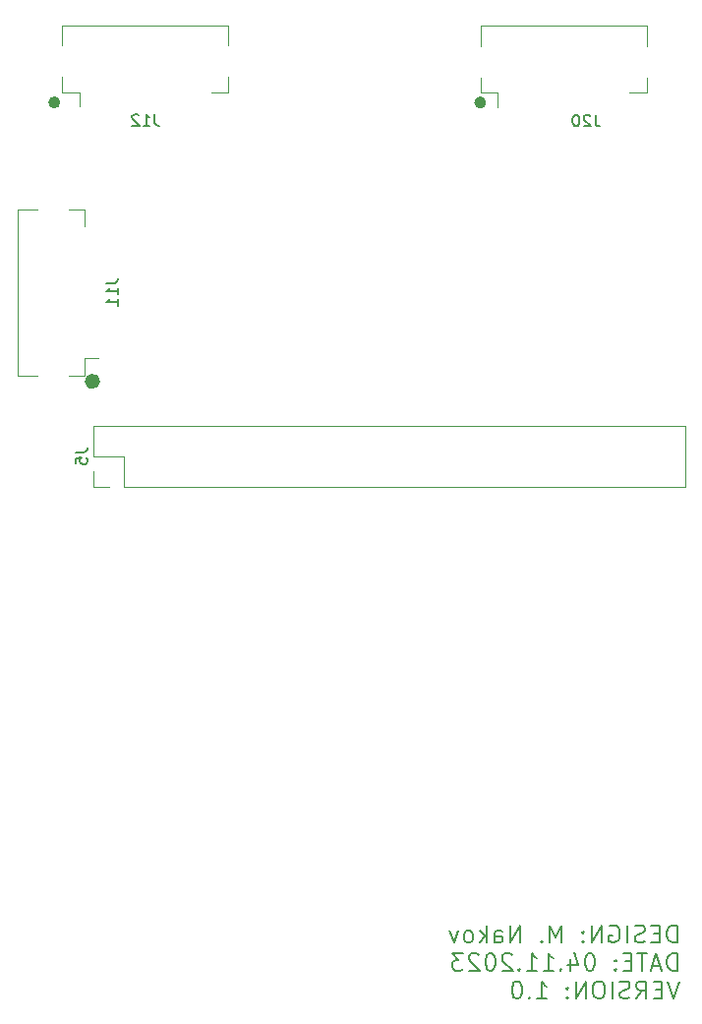
<source format=gbr>
%TF.GenerationSoftware,KiCad,Pcbnew,7.0.8*%
%TF.CreationDate,2023-11-07T10:44:17+02:00*%
%TF.ProjectId,Shield,53686965-6c64-42e6-9b69-6361645f7063,rev?*%
%TF.SameCoordinates,Original*%
%TF.FileFunction,Legend,Bot*%
%TF.FilePolarity,Positive*%
%FSLAX46Y46*%
G04 Gerber Fmt 4.6, Leading zero omitted, Abs format (unit mm)*
G04 Created by KiCad (PCBNEW 7.0.8) date 2023-11-07 10:44:17*
%MOMM*%
%LPD*%
G01*
G04 APERTURE LIST*
%ADD10C,0.658276*%
%ADD11C,0.543090*%
%ADD12C,0.532843*%
%ADD13C,0.154000*%
%ADD14C,0.120000*%
G04 APERTURE END LIST*
D10*
X85229138Y-91300000D02*
G75*
G03*
X85229138Y-91300000I-329138J0D01*
G01*
D11*
X81888702Y-67300000D02*
G75*
G03*
X81888702Y-67300000I-271545J0D01*
G01*
D12*
X118566421Y-67300000D02*
G75*
G03*
X118566421Y-67300000I-266421J0D01*
G01*
D13*
X135241542Y-139608420D02*
X135241542Y-138108420D01*
X135241542Y-138108420D02*
X134884399Y-138108420D01*
X134884399Y-138108420D02*
X134670113Y-138179849D01*
X134670113Y-138179849D02*
X134527256Y-138322706D01*
X134527256Y-138322706D02*
X134455827Y-138465563D01*
X134455827Y-138465563D02*
X134384399Y-138751277D01*
X134384399Y-138751277D02*
X134384399Y-138965563D01*
X134384399Y-138965563D02*
X134455827Y-139251277D01*
X134455827Y-139251277D02*
X134527256Y-139394134D01*
X134527256Y-139394134D02*
X134670113Y-139536992D01*
X134670113Y-139536992D02*
X134884399Y-139608420D01*
X134884399Y-139608420D02*
X135241542Y-139608420D01*
X133741542Y-138822706D02*
X133241542Y-138822706D01*
X133027256Y-139608420D02*
X133741542Y-139608420D01*
X133741542Y-139608420D02*
X133741542Y-138108420D01*
X133741542Y-138108420D02*
X133027256Y-138108420D01*
X132455827Y-139536992D02*
X132241542Y-139608420D01*
X132241542Y-139608420D02*
X131884399Y-139608420D01*
X131884399Y-139608420D02*
X131741542Y-139536992D01*
X131741542Y-139536992D02*
X131670113Y-139465563D01*
X131670113Y-139465563D02*
X131598684Y-139322706D01*
X131598684Y-139322706D02*
X131598684Y-139179849D01*
X131598684Y-139179849D02*
X131670113Y-139036992D01*
X131670113Y-139036992D02*
X131741542Y-138965563D01*
X131741542Y-138965563D02*
X131884399Y-138894134D01*
X131884399Y-138894134D02*
X132170113Y-138822706D01*
X132170113Y-138822706D02*
X132312970Y-138751277D01*
X132312970Y-138751277D02*
X132384399Y-138679849D01*
X132384399Y-138679849D02*
X132455827Y-138536992D01*
X132455827Y-138536992D02*
X132455827Y-138394134D01*
X132455827Y-138394134D02*
X132384399Y-138251277D01*
X132384399Y-138251277D02*
X132312970Y-138179849D01*
X132312970Y-138179849D02*
X132170113Y-138108420D01*
X132170113Y-138108420D02*
X131812970Y-138108420D01*
X131812970Y-138108420D02*
X131598684Y-138179849D01*
X130955828Y-139608420D02*
X130955828Y-138108420D01*
X129455827Y-138179849D02*
X129598685Y-138108420D01*
X129598685Y-138108420D02*
X129812970Y-138108420D01*
X129812970Y-138108420D02*
X130027256Y-138179849D01*
X130027256Y-138179849D02*
X130170113Y-138322706D01*
X130170113Y-138322706D02*
X130241542Y-138465563D01*
X130241542Y-138465563D02*
X130312970Y-138751277D01*
X130312970Y-138751277D02*
X130312970Y-138965563D01*
X130312970Y-138965563D02*
X130241542Y-139251277D01*
X130241542Y-139251277D02*
X130170113Y-139394134D01*
X130170113Y-139394134D02*
X130027256Y-139536992D01*
X130027256Y-139536992D02*
X129812970Y-139608420D01*
X129812970Y-139608420D02*
X129670113Y-139608420D01*
X129670113Y-139608420D02*
X129455827Y-139536992D01*
X129455827Y-139536992D02*
X129384399Y-139465563D01*
X129384399Y-139465563D02*
X129384399Y-138965563D01*
X129384399Y-138965563D02*
X129670113Y-138965563D01*
X128741542Y-139608420D02*
X128741542Y-138108420D01*
X128741542Y-138108420D02*
X127884399Y-139608420D01*
X127884399Y-139608420D02*
X127884399Y-138108420D01*
X127170113Y-139465563D02*
X127098684Y-139536992D01*
X127098684Y-139536992D02*
X127170113Y-139608420D01*
X127170113Y-139608420D02*
X127241541Y-139536992D01*
X127241541Y-139536992D02*
X127170113Y-139465563D01*
X127170113Y-139465563D02*
X127170113Y-139608420D01*
X127170113Y-138679849D02*
X127098684Y-138751277D01*
X127098684Y-138751277D02*
X127170113Y-138822706D01*
X127170113Y-138822706D02*
X127241541Y-138751277D01*
X127241541Y-138751277D02*
X127170113Y-138679849D01*
X127170113Y-138679849D02*
X127170113Y-138822706D01*
X125312970Y-139608420D02*
X125312970Y-138108420D01*
X125312970Y-138108420D02*
X124812970Y-139179849D01*
X124812970Y-139179849D02*
X124312970Y-138108420D01*
X124312970Y-138108420D02*
X124312970Y-139608420D01*
X123598684Y-139465563D02*
X123527255Y-139536992D01*
X123527255Y-139536992D02*
X123598684Y-139608420D01*
X123598684Y-139608420D02*
X123670112Y-139536992D01*
X123670112Y-139536992D02*
X123598684Y-139465563D01*
X123598684Y-139465563D02*
X123598684Y-139608420D01*
X121741541Y-139608420D02*
X121741541Y-138108420D01*
X121741541Y-138108420D02*
X120884398Y-139608420D01*
X120884398Y-139608420D02*
X120884398Y-138108420D01*
X119527255Y-139608420D02*
X119527255Y-138822706D01*
X119527255Y-138822706D02*
X119598683Y-138679849D01*
X119598683Y-138679849D02*
X119741540Y-138608420D01*
X119741540Y-138608420D02*
X120027255Y-138608420D01*
X120027255Y-138608420D02*
X120170112Y-138679849D01*
X119527255Y-139536992D02*
X119670112Y-139608420D01*
X119670112Y-139608420D02*
X120027255Y-139608420D01*
X120027255Y-139608420D02*
X120170112Y-139536992D01*
X120170112Y-139536992D02*
X120241540Y-139394134D01*
X120241540Y-139394134D02*
X120241540Y-139251277D01*
X120241540Y-139251277D02*
X120170112Y-139108420D01*
X120170112Y-139108420D02*
X120027255Y-139036992D01*
X120027255Y-139036992D02*
X119670112Y-139036992D01*
X119670112Y-139036992D02*
X119527255Y-138965563D01*
X118812969Y-139608420D02*
X118812969Y-138108420D01*
X118670112Y-139036992D02*
X118241540Y-139608420D01*
X118241540Y-138608420D02*
X118812969Y-139179849D01*
X117384397Y-139608420D02*
X117527254Y-139536992D01*
X117527254Y-139536992D02*
X117598683Y-139465563D01*
X117598683Y-139465563D02*
X117670111Y-139322706D01*
X117670111Y-139322706D02*
X117670111Y-138894134D01*
X117670111Y-138894134D02*
X117598683Y-138751277D01*
X117598683Y-138751277D02*
X117527254Y-138679849D01*
X117527254Y-138679849D02*
X117384397Y-138608420D01*
X117384397Y-138608420D02*
X117170111Y-138608420D01*
X117170111Y-138608420D02*
X117027254Y-138679849D01*
X117027254Y-138679849D02*
X116955826Y-138751277D01*
X116955826Y-138751277D02*
X116884397Y-138894134D01*
X116884397Y-138894134D02*
X116884397Y-139322706D01*
X116884397Y-139322706D02*
X116955826Y-139465563D01*
X116955826Y-139465563D02*
X117027254Y-139536992D01*
X117027254Y-139536992D02*
X117170111Y-139608420D01*
X117170111Y-139608420D02*
X117384397Y-139608420D01*
X116384397Y-138608420D02*
X116027254Y-139608420D01*
X116027254Y-139608420D02*
X115670111Y-138608420D01*
X135241542Y-142023420D02*
X135241542Y-140523420D01*
X135241542Y-140523420D02*
X134884399Y-140523420D01*
X134884399Y-140523420D02*
X134670113Y-140594849D01*
X134670113Y-140594849D02*
X134527256Y-140737706D01*
X134527256Y-140737706D02*
X134455827Y-140880563D01*
X134455827Y-140880563D02*
X134384399Y-141166277D01*
X134384399Y-141166277D02*
X134384399Y-141380563D01*
X134384399Y-141380563D02*
X134455827Y-141666277D01*
X134455827Y-141666277D02*
X134527256Y-141809134D01*
X134527256Y-141809134D02*
X134670113Y-141951992D01*
X134670113Y-141951992D02*
X134884399Y-142023420D01*
X134884399Y-142023420D02*
X135241542Y-142023420D01*
X133812970Y-141594849D02*
X133098685Y-141594849D01*
X133955827Y-142023420D02*
X133455827Y-140523420D01*
X133455827Y-140523420D02*
X132955827Y-142023420D01*
X132670113Y-140523420D02*
X131812971Y-140523420D01*
X132241542Y-142023420D02*
X132241542Y-140523420D01*
X131312971Y-141237706D02*
X130812971Y-141237706D01*
X130598685Y-142023420D02*
X131312971Y-142023420D01*
X131312971Y-142023420D02*
X131312971Y-140523420D01*
X131312971Y-140523420D02*
X130598685Y-140523420D01*
X129955828Y-141880563D02*
X129884399Y-141951992D01*
X129884399Y-141951992D02*
X129955828Y-142023420D01*
X129955828Y-142023420D02*
X130027256Y-141951992D01*
X130027256Y-141951992D02*
X129955828Y-141880563D01*
X129955828Y-141880563D02*
X129955828Y-142023420D01*
X129955828Y-141094849D02*
X129884399Y-141166277D01*
X129884399Y-141166277D02*
X129955828Y-141237706D01*
X129955828Y-141237706D02*
X130027256Y-141166277D01*
X130027256Y-141166277D02*
X129955828Y-141094849D01*
X129955828Y-141094849D02*
X129955828Y-141237706D01*
X127812970Y-140523420D02*
X127670113Y-140523420D01*
X127670113Y-140523420D02*
X127527256Y-140594849D01*
X127527256Y-140594849D02*
X127455828Y-140666277D01*
X127455828Y-140666277D02*
X127384399Y-140809134D01*
X127384399Y-140809134D02*
X127312970Y-141094849D01*
X127312970Y-141094849D02*
X127312970Y-141451992D01*
X127312970Y-141451992D02*
X127384399Y-141737706D01*
X127384399Y-141737706D02*
X127455828Y-141880563D01*
X127455828Y-141880563D02*
X127527256Y-141951992D01*
X127527256Y-141951992D02*
X127670113Y-142023420D01*
X127670113Y-142023420D02*
X127812970Y-142023420D01*
X127812970Y-142023420D02*
X127955828Y-141951992D01*
X127955828Y-141951992D02*
X128027256Y-141880563D01*
X128027256Y-141880563D02*
X128098685Y-141737706D01*
X128098685Y-141737706D02*
X128170113Y-141451992D01*
X128170113Y-141451992D02*
X128170113Y-141094849D01*
X128170113Y-141094849D02*
X128098685Y-140809134D01*
X128098685Y-140809134D02*
X128027256Y-140666277D01*
X128027256Y-140666277D02*
X127955828Y-140594849D01*
X127955828Y-140594849D02*
X127812970Y-140523420D01*
X126027257Y-141023420D02*
X126027257Y-142023420D01*
X126384399Y-140451992D02*
X126741542Y-141523420D01*
X126741542Y-141523420D02*
X125812971Y-141523420D01*
X125241543Y-141880563D02*
X125170114Y-141951992D01*
X125170114Y-141951992D02*
X125241543Y-142023420D01*
X125241543Y-142023420D02*
X125312971Y-141951992D01*
X125312971Y-141951992D02*
X125241543Y-141880563D01*
X125241543Y-141880563D02*
X125241543Y-142023420D01*
X123741542Y-142023420D02*
X124598685Y-142023420D01*
X124170114Y-142023420D02*
X124170114Y-140523420D01*
X124170114Y-140523420D02*
X124312971Y-140737706D01*
X124312971Y-140737706D02*
X124455828Y-140880563D01*
X124455828Y-140880563D02*
X124598685Y-140951992D01*
X122312971Y-142023420D02*
X123170114Y-142023420D01*
X122741543Y-142023420D02*
X122741543Y-140523420D01*
X122741543Y-140523420D02*
X122884400Y-140737706D01*
X122884400Y-140737706D02*
X123027257Y-140880563D01*
X123027257Y-140880563D02*
X123170114Y-140951992D01*
X121670115Y-141880563D02*
X121598686Y-141951992D01*
X121598686Y-141951992D02*
X121670115Y-142023420D01*
X121670115Y-142023420D02*
X121741543Y-141951992D01*
X121741543Y-141951992D02*
X121670115Y-141880563D01*
X121670115Y-141880563D02*
X121670115Y-142023420D01*
X121027257Y-140666277D02*
X120955829Y-140594849D01*
X120955829Y-140594849D02*
X120812972Y-140523420D01*
X120812972Y-140523420D02*
X120455829Y-140523420D01*
X120455829Y-140523420D02*
X120312972Y-140594849D01*
X120312972Y-140594849D02*
X120241543Y-140666277D01*
X120241543Y-140666277D02*
X120170114Y-140809134D01*
X120170114Y-140809134D02*
X120170114Y-140951992D01*
X120170114Y-140951992D02*
X120241543Y-141166277D01*
X120241543Y-141166277D02*
X121098686Y-142023420D01*
X121098686Y-142023420D02*
X120170114Y-142023420D01*
X119241543Y-140523420D02*
X119098686Y-140523420D01*
X119098686Y-140523420D02*
X118955829Y-140594849D01*
X118955829Y-140594849D02*
X118884401Y-140666277D01*
X118884401Y-140666277D02*
X118812972Y-140809134D01*
X118812972Y-140809134D02*
X118741543Y-141094849D01*
X118741543Y-141094849D02*
X118741543Y-141451992D01*
X118741543Y-141451992D02*
X118812972Y-141737706D01*
X118812972Y-141737706D02*
X118884401Y-141880563D01*
X118884401Y-141880563D02*
X118955829Y-141951992D01*
X118955829Y-141951992D02*
X119098686Y-142023420D01*
X119098686Y-142023420D02*
X119241543Y-142023420D01*
X119241543Y-142023420D02*
X119384401Y-141951992D01*
X119384401Y-141951992D02*
X119455829Y-141880563D01*
X119455829Y-141880563D02*
X119527258Y-141737706D01*
X119527258Y-141737706D02*
X119598686Y-141451992D01*
X119598686Y-141451992D02*
X119598686Y-141094849D01*
X119598686Y-141094849D02*
X119527258Y-140809134D01*
X119527258Y-140809134D02*
X119455829Y-140666277D01*
X119455829Y-140666277D02*
X119384401Y-140594849D01*
X119384401Y-140594849D02*
X119241543Y-140523420D01*
X118170115Y-140666277D02*
X118098687Y-140594849D01*
X118098687Y-140594849D02*
X117955830Y-140523420D01*
X117955830Y-140523420D02*
X117598687Y-140523420D01*
X117598687Y-140523420D02*
X117455830Y-140594849D01*
X117455830Y-140594849D02*
X117384401Y-140666277D01*
X117384401Y-140666277D02*
X117312972Y-140809134D01*
X117312972Y-140809134D02*
X117312972Y-140951992D01*
X117312972Y-140951992D02*
X117384401Y-141166277D01*
X117384401Y-141166277D02*
X118241544Y-142023420D01*
X118241544Y-142023420D02*
X117312972Y-142023420D01*
X116812973Y-140523420D02*
X115884401Y-140523420D01*
X115884401Y-140523420D02*
X116384401Y-141094849D01*
X116384401Y-141094849D02*
X116170116Y-141094849D01*
X116170116Y-141094849D02*
X116027259Y-141166277D01*
X116027259Y-141166277D02*
X115955830Y-141237706D01*
X115955830Y-141237706D02*
X115884401Y-141380563D01*
X115884401Y-141380563D02*
X115884401Y-141737706D01*
X115884401Y-141737706D02*
X115955830Y-141880563D01*
X115955830Y-141880563D02*
X116027259Y-141951992D01*
X116027259Y-141951992D02*
X116170116Y-142023420D01*
X116170116Y-142023420D02*
X116598687Y-142023420D01*
X116598687Y-142023420D02*
X116741544Y-141951992D01*
X116741544Y-141951992D02*
X116812973Y-141880563D01*
X135455827Y-142938420D02*
X134955827Y-144438420D01*
X134955827Y-144438420D02*
X134455827Y-142938420D01*
X133955828Y-143652706D02*
X133455828Y-143652706D01*
X133241542Y-144438420D02*
X133955828Y-144438420D01*
X133955828Y-144438420D02*
X133955828Y-142938420D01*
X133955828Y-142938420D02*
X133241542Y-142938420D01*
X131741542Y-144438420D02*
X132241542Y-143724134D01*
X132598685Y-144438420D02*
X132598685Y-142938420D01*
X132598685Y-142938420D02*
X132027256Y-142938420D01*
X132027256Y-142938420D02*
X131884399Y-143009849D01*
X131884399Y-143009849D02*
X131812970Y-143081277D01*
X131812970Y-143081277D02*
X131741542Y-143224134D01*
X131741542Y-143224134D02*
X131741542Y-143438420D01*
X131741542Y-143438420D02*
X131812970Y-143581277D01*
X131812970Y-143581277D02*
X131884399Y-143652706D01*
X131884399Y-143652706D02*
X132027256Y-143724134D01*
X132027256Y-143724134D02*
X132598685Y-143724134D01*
X131170113Y-144366992D02*
X130955828Y-144438420D01*
X130955828Y-144438420D02*
X130598685Y-144438420D01*
X130598685Y-144438420D02*
X130455828Y-144366992D01*
X130455828Y-144366992D02*
X130384399Y-144295563D01*
X130384399Y-144295563D02*
X130312970Y-144152706D01*
X130312970Y-144152706D02*
X130312970Y-144009849D01*
X130312970Y-144009849D02*
X130384399Y-143866992D01*
X130384399Y-143866992D02*
X130455828Y-143795563D01*
X130455828Y-143795563D02*
X130598685Y-143724134D01*
X130598685Y-143724134D02*
X130884399Y-143652706D01*
X130884399Y-143652706D02*
X131027256Y-143581277D01*
X131027256Y-143581277D02*
X131098685Y-143509849D01*
X131098685Y-143509849D02*
X131170113Y-143366992D01*
X131170113Y-143366992D02*
X131170113Y-143224134D01*
X131170113Y-143224134D02*
X131098685Y-143081277D01*
X131098685Y-143081277D02*
X131027256Y-143009849D01*
X131027256Y-143009849D02*
X130884399Y-142938420D01*
X130884399Y-142938420D02*
X130527256Y-142938420D01*
X130527256Y-142938420D02*
X130312970Y-143009849D01*
X129670114Y-144438420D02*
X129670114Y-142938420D01*
X128670113Y-142938420D02*
X128384399Y-142938420D01*
X128384399Y-142938420D02*
X128241542Y-143009849D01*
X128241542Y-143009849D02*
X128098685Y-143152706D01*
X128098685Y-143152706D02*
X128027256Y-143438420D01*
X128027256Y-143438420D02*
X128027256Y-143938420D01*
X128027256Y-143938420D02*
X128098685Y-144224134D01*
X128098685Y-144224134D02*
X128241542Y-144366992D01*
X128241542Y-144366992D02*
X128384399Y-144438420D01*
X128384399Y-144438420D02*
X128670113Y-144438420D01*
X128670113Y-144438420D02*
X128812971Y-144366992D01*
X128812971Y-144366992D02*
X128955828Y-144224134D01*
X128955828Y-144224134D02*
X129027256Y-143938420D01*
X129027256Y-143938420D02*
X129027256Y-143438420D01*
X129027256Y-143438420D02*
X128955828Y-143152706D01*
X128955828Y-143152706D02*
X128812971Y-143009849D01*
X128812971Y-143009849D02*
X128670113Y-142938420D01*
X127384399Y-144438420D02*
X127384399Y-142938420D01*
X127384399Y-142938420D02*
X126527256Y-144438420D01*
X126527256Y-144438420D02*
X126527256Y-142938420D01*
X125812970Y-144295563D02*
X125741541Y-144366992D01*
X125741541Y-144366992D02*
X125812970Y-144438420D01*
X125812970Y-144438420D02*
X125884398Y-144366992D01*
X125884398Y-144366992D02*
X125812970Y-144295563D01*
X125812970Y-144295563D02*
X125812970Y-144438420D01*
X125812970Y-143509849D02*
X125741541Y-143581277D01*
X125741541Y-143581277D02*
X125812970Y-143652706D01*
X125812970Y-143652706D02*
X125884398Y-143581277D01*
X125884398Y-143581277D02*
X125812970Y-143509849D01*
X125812970Y-143509849D02*
X125812970Y-143652706D01*
X123170112Y-144438420D02*
X124027255Y-144438420D01*
X123598684Y-144438420D02*
X123598684Y-142938420D01*
X123598684Y-142938420D02*
X123741541Y-143152706D01*
X123741541Y-143152706D02*
X123884398Y-143295563D01*
X123884398Y-143295563D02*
X124027255Y-143366992D01*
X122527256Y-144295563D02*
X122455827Y-144366992D01*
X122455827Y-144366992D02*
X122527256Y-144438420D01*
X122527256Y-144438420D02*
X122598684Y-144366992D01*
X122598684Y-144366992D02*
X122527256Y-144295563D01*
X122527256Y-144295563D02*
X122527256Y-144438420D01*
X121527255Y-142938420D02*
X121384398Y-142938420D01*
X121384398Y-142938420D02*
X121241541Y-143009849D01*
X121241541Y-143009849D02*
X121170113Y-143081277D01*
X121170113Y-143081277D02*
X121098684Y-143224134D01*
X121098684Y-143224134D02*
X121027255Y-143509849D01*
X121027255Y-143509849D02*
X121027255Y-143866992D01*
X121027255Y-143866992D02*
X121098684Y-144152706D01*
X121098684Y-144152706D02*
X121170113Y-144295563D01*
X121170113Y-144295563D02*
X121241541Y-144366992D01*
X121241541Y-144366992D02*
X121384398Y-144438420D01*
X121384398Y-144438420D02*
X121527255Y-144438420D01*
X121527255Y-144438420D02*
X121670113Y-144366992D01*
X121670113Y-144366992D02*
X121741541Y-144295563D01*
X121741541Y-144295563D02*
X121812970Y-144152706D01*
X121812970Y-144152706D02*
X121884398Y-143866992D01*
X121884398Y-143866992D02*
X121884398Y-143509849D01*
X121884398Y-143509849D02*
X121812970Y-143224134D01*
X121812970Y-143224134D02*
X121741541Y-143081277D01*
X121741541Y-143081277D02*
X121670113Y-143009849D01*
X121670113Y-143009849D02*
X121527255Y-142938420D01*
X86098211Y-82829876D02*
X86812496Y-82829876D01*
X86812496Y-82829876D02*
X86955353Y-82782257D01*
X86955353Y-82782257D02*
X87050592Y-82687019D01*
X87050592Y-82687019D02*
X87098211Y-82544162D01*
X87098211Y-82544162D02*
X87098211Y-82448924D01*
X87098211Y-83829876D02*
X87098211Y-83258448D01*
X87098211Y-83544162D02*
X86098211Y-83544162D01*
X86098211Y-83544162D02*
X86241068Y-83448924D01*
X86241068Y-83448924D02*
X86336306Y-83353686D01*
X86336306Y-83353686D02*
X86383925Y-83258448D01*
X87098211Y-84782257D02*
X87098211Y-84210829D01*
X87098211Y-84496543D02*
X86098211Y-84496543D01*
X86098211Y-84496543D02*
X86241068Y-84401305D01*
X86241068Y-84401305D02*
X86336306Y-84306067D01*
X86336306Y-84306067D02*
X86383925Y-84210829D01*
X128209523Y-68354611D02*
X128209523Y-69068896D01*
X128209523Y-69068896D02*
X128257142Y-69211753D01*
X128257142Y-69211753D02*
X128352380Y-69306992D01*
X128352380Y-69306992D02*
X128495237Y-69354611D01*
X128495237Y-69354611D02*
X128590475Y-69354611D01*
X127780951Y-68449849D02*
X127733332Y-68402230D01*
X127733332Y-68402230D02*
X127638094Y-68354611D01*
X127638094Y-68354611D02*
X127399999Y-68354611D01*
X127399999Y-68354611D02*
X127304761Y-68402230D01*
X127304761Y-68402230D02*
X127257142Y-68449849D01*
X127257142Y-68449849D02*
X127209523Y-68545087D01*
X127209523Y-68545087D02*
X127209523Y-68640325D01*
X127209523Y-68640325D02*
X127257142Y-68783182D01*
X127257142Y-68783182D02*
X127828570Y-69354611D01*
X127828570Y-69354611D02*
X127209523Y-69354611D01*
X126590475Y-68354611D02*
X126495237Y-68354611D01*
X126495237Y-68354611D02*
X126399999Y-68402230D01*
X126399999Y-68402230D02*
X126352380Y-68449849D01*
X126352380Y-68449849D02*
X126304761Y-68545087D01*
X126304761Y-68545087D02*
X126257142Y-68735563D01*
X126257142Y-68735563D02*
X126257142Y-68973658D01*
X126257142Y-68973658D02*
X126304761Y-69164134D01*
X126304761Y-69164134D02*
X126352380Y-69259372D01*
X126352380Y-69259372D02*
X126399999Y-69306992D01*
X126399999Y-69306992D02*
X126495237Y-69354611D01*
X126495237Y-69354611D02*
X126590475Y-69354611D01*
X126590475Y-69354611D02*
X126685713Y-69306992D01*
X126685713Y-69306992D02*
X126733332Y-69259372D01*
X126733332Y-69259372D02*
X126780951Y-69164134D01*
X126780951Y-69164134D02*
X126828570Y-68973658D01*
X126828570Y-68973658D02*
X126828570Y-68735563D01*
X126828570Y-68735563D02*
X126780951Y-68545087D01*
X126780951Y-68545087D02*
X126733332Y-68449849D01*
X126733332Y-68449849D02*
X126685713Y-68402230D01*
X126685713Y-68402230D02*
X126590475Y-68354611D01*
X83461811Y-97415266D02*
X84176096Y-97415266D01*
X84176096Y-97415266D02*
X84318953Y-97367647D01*
X84318953Y-97367647D02*
X84414192Y-97272409D01*
X84414192Y-97272409D02*
X84461811Y-97129552D01*
X84461811Y-97129552D02*
X84461811Y-97034314D01*
X83461811Y-98367647D02*
X83461811Y-97891457D01*
X83461811Y-97891457D02*
X83938001Y-97843838D01*
X83938001Y-97843838D02*
X83890382Y-97891457D01*
X83890382Y-97891457D02*
X83842763Y-97986695D01*
X83842763Y-97986695D02*
X83842763Y-98224790D01*
X83842763Y-98224790D02*
X83890382Y-98320028D01*
X83890382Y-98320028D02*
X83938001Y-98367647D01*
X83938001Y-98367647D02*
X84033239Y-98415266D01*
X84033239Y-98415266D02*
X84271334Y-98415266D01*
X84271334Y-98415266D02*
X84366572Y-98367647D01*
X84366572Y-98367647D02*
X84414192Y-98320028D01*
X84414192Y-98320028D02*
X84461811Y-98224790D01*
X84461811Y-98224790D02*
X84461811Y-97986695D01*
X84461811Y-97986695D02*
X84414192Y-97891457D01*
X84414192Y-97891457D02*
X84366572Y-97843838D01*
X90276923Y-68307211D02*
X90276923Y-69021496D01*
X90276923Y-69021496D02*
X90324542Y-69164353D01*
X90324542Y-69164353D02*
X90419780Y-69259592D01*
X90419780Y-69259592D02*
X90562637Y-69307211D01*
X90562637Y-69307211D02*
X90657875Y-69307211D01*
X89276923Y-69307211D02*
X89848351Y-69307211D01*
X89562637Y-69307211D02*
X89562637Y-68307211D01*
X89562637Y-68307211D02*
X89657875Y-68450068D01*
X89657875Y-68450068D02*
X89753113Y-68545306D01*
X89753113Y-68545306D02*
X89848351Y-68592925D01*
X88895970Y-68402449D02*
X88848351Y-68354830D01*
X88848351Y-68354830D02*
X88753113Y-68307211D01*
X88753113Y-68307211D02*
X88515018Y-68307211D01*
X88515018Y-68307211D02*
X88419780Y-68354830D01*
X88419780Y-68354830D02*
X88372161Y-68402449D01*
X88372161Y-68402449D02*
X88324542Y-68497687D01*
X88324542Y-68497687D02*
X88324542Y-68592925D01*
X88324542Y-68592925D02*
X88372161Y-68735782D01*
X88372161Y-68735782D02*
X88943589Y-69307211D01*
X88943589Y-69307211D02*
X88324542Y-69307211D01*
D14*
%TO.C,J11*%
X78443600Y-90789400D02*
X78443600Y-76489400D01*
X80183600Y-90789400D02*
X78443600Y-90789400D01*
X84243600Y-90789400D02*
X82903600Y-90789400D01*
X84243600Y-89299400D02*
X84243600Y-90789400D01*
X84243600Y-89299400D02*
X85443600Y-89299400D01*
X84243600Y-77979400D02*
X84243600Y-76489400D01*
X78443600Y-76489400D02*
X80183600Y-76489400D01*
X84243600Y-76489400D02*
X82903600Y-76489400D01*
%TO.C,J20*%
X118321800Y-60676800D02*
X132621800Y-60676800D01*
X118321800Y-62416800D02*
X118321800Y-60676800D01*
X118321800Y-66476800D02*
X118321800Y-65136800D01*
X119811800Y-66476800D02*
X118321800Y-66476800D01*
X119811800Y-66476800D02*
X119811800Y-67676800D01*
X131131800Y-66476800D02*
X132621800Y-66476800D01*
X132621800Y-60676800D02*
X132621800Y-62416800D01*
X132621800Y-66476800D02*
X132621800Y-65136800D01*
%TO.C,J5*%
X85007200Y-95148600D02*
X135927200Y-95148600D01*
X87607200Y-97748600D02*
X85007200Y-97748600D01*
X85007200Y-97748600D02*
X85007200Y-95148600D01*
X135927200Y-100348600D02*
X135927200Y-95148600D01*
X87607200Y-100348600D02*
X87607200Y-97748600D01*
X87607200Y-100348600D02*
X135927200Y-100348600D01*
X86337200Y-100348600D02*
X85007200Y-100348600D01*
X85007200Y-100348600D02*
X85007200Y-99018600D01*
%TO.C,J12*%
X82317400Y-60652600D02*
X96617400Y-60652600D01*
X82317400Y-62392600D02*
X82317400Y-60652600D01*
X82317400Y-66452600D02*
X82317400Y-65112600D01*
X83807400Y-66452600D02*
X82317400Y-66452600D01*
X83807400Y-66452600D02*
X83807400Y-67652600D01*
X95127400Y-66452600D02*
X96617400Y-66452600D01*
X96617400Y-60652600D02*
X96617400Y-62392600D01*
X96617400Y-66452600D02*
X96617400Y-65112600D01*
%TD*%
M02*

</source>
